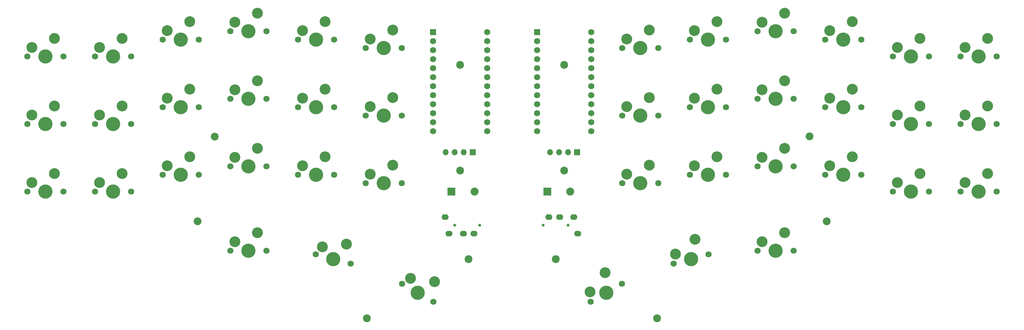
<source format=gbr>
%TF.GenerationSoftware,KiCad,Pcbnew,9.0.6*%
%TF.CreationDate,2025-12-07T00:05:39-06:00*%
%TF.ProjectId,SplitKeyboard,53706c69-744b-4657-9962-6f6172642e6b,rev?*%
%TF.SameCoordinates,Original*%
%TF.FileFunction,Soldermask,Top*%
%TF.FilePolarity,Negative*%
%FSLAX46Y46*%
G04 Gerber Fmt 4.6, Leading zero omitted, Abs format (unit mm)*
G04 Created by KiCad (PCBNEW 9.0.6) date 2025-12-07 00:05:39*
%MOMM*%
%LPD*%
G01*
G04 APERTURE LIST*
%ADD10C,1.750000*%
%ADD11C,3.050000*%
%ADD12C,4.000000*%
%ADD13C,2.200000*%
%ADD14R,1.752600X1.752600*%
%ADD15C,1.752600*%
%ADD16C,0.800000*%
%ADD17O,2.000000X1.600000*%
%ADD18R,2.250000X2.250000*%
%ADD19C,2.250000*%
%ADD20R,1.700000X1.700000*%
%ADD21O,1.700000X1.700000*%
G04 APERTURE END LIST*
D10*
%TO.C,SW22*%
X180435404Y-68887721D03*
D11*
X181705404Y-66347721D03*
D12*
X185515404Y-68887721D03*
D11*
X188055404Y-63807721D03*
D10*
X190595404Y-68887721D03*
%TD*%
D13*
%TO.C,H6*%
X134768750Y-73650000D03*
%TD*%
D10*
%TO.C,SW21*%
X118463091Y-135403750D03*
D11*
X120832943Y-133839046D03*
D12*
X122862500Y-137943750D03*
D11*
X127602205Y-134814341D03*
D10*
X127261909Y-140483750D03*
%TD*%
D13*
%TO.C,H9*%
X137150000Y-128418750D03*
%TD*%
D10*
%TO.C,SW37*%
X237585404Y-104606471D03*
D11*
X238855404Y-102066471D03*
D12*
X242665404Y-104606471D03*
D11*
X245205404Y-99526471D03*
D10*
X247745404Y-104606471D03*
%TD*%
D13*
%TO.C,H3*%
X190277904Y-145087721D03*
%TD*%
D10*
%TO.C,SW1*%
X13007500Y-71268750D03*
D11*
X14277500Y-68728750D03*
D12*
X18087500Y-71268750D03*
D11*
X20627500Y-66188750D03*
D10*
X23167500Y-71268750D03*
%TD*%
D14*
%TO.C,U2*%
X127148750Y-64442500D03*
D15*
X127148750Y-66982500D03*
X127148750Y-69522500D03*
X127148750Y-72062500D03*
X127148750Y-74602500D03*
X127148750Y-77142500D03*
X127148750Y-79682500D03*
X127148750Y-82222500D03*
X127148750Y-84762500D03*
X127148750Y-87302500D03*
X127148750Y-89842500D03*
X127148750Y-92382500D03*
X142388750Y-92382500D03*
X142388750Y-89842500D03*
X142388750Y-87302500D03*
X142388750Y-84762500D03*
X142388750Y-82222500D03*
X142388750Y-79682500D03*
X142388750Y-77142500D03*
X142388750Y-74602500D03*
X142388750Y-72062500D03*
X142388750Y-69522500D03*
X142388750Y-66982500D03*
X142388750Y-64442500D03*
%TD*%
D13*
%TO.C,H8*%
X108575000Y-145087500D03*
%TD*%
D16*
%TO.C,U4*%
X158190403Y-118893971D03*
X165190404Y-118893971D03*
D17*
X167890404Y-121193970D03*
X166790404Y-116593970D03*
X162790403Y-116593971D03*
X159790405Y-116593972D03*
%TD*%
D10*
%TO.C,SW36*%
X218535404Y-102225221D03*
D11*
X219805404Y-99685221D03*
D12*
X223615404Y-102225221D03*
D11*
X226155404Y-97145221D03*
D10*
X228695404Y-102225221D03*
%TD*%
%TO.C,SW23*%
X199485404Y-66506471D03*
D11*
X200755404Y-63966471D03*
D12*
X204565404Y-66506471D03*
D11*
X207105404Y-61426471D03*
D10*
X209645404Y-66506471D03*
%TD*%
%TO.C,SW35*%
X199485404Y-104606471D03*
D11*
X200755404Y-102066471D03*
D12*
X204565404Y-104606471D03*
D11*
X207105404Y-99526471D03*
D10*
X209645404Y-104606471D03*
%TD*%
%TO.C,SW16*%
X70157500Y-102225000D03*
D11*
X71427500Y-99685000D03*
D12*
X75237500Y-102225000D03*
D11*
X77777500Y-97145000D03*
D10*
X80317500Y-102225000D03*
%TD*%
%TO.C,SW15*%
X51107500Y-104606250D03*
D11*
X52377500Y-102066250D03*
D12*
X56187500Y-104606250D03*
D11*
X58727500Y-99526250D03*
D10*
X61267500Y-104606250D03*
%TD*%
D18*
%TO.C,SW44*%
X159321654Y-109368971D03*
D19*
X165821654Y-109368971D03*
%TD*%
D13*
%TO.C,H5*%
X237980585Y-117727207D03*
%TD*%
D10*
%TO.C,SW38*%
X256635404Y-109368971D03*
D11*
X257905404Y-106828971D03*
D12*
X261715404Y-109368971D03*
D11*
X264255404Y-104288971D03*
D10*
X266795404Y-109368971D03*
%TD*%
%TO.C,SW9*%
X51107500Y-85556250D03*
D11*
X52377500Y-83016250D03*
D12*
X56187500Y-85556250D03*
D11*
X58727500Y-80476250D03*
D10*
X61267500Y-85556250D03*
%TD*%
%TO.C,SW30*%
X218535404Y-83175221D03*
D11*
X219805404Y-80635221D03*
D12*
X223615404Y-83175221D03*
D11*
X226155404Y-78095221D03*
D10*
X228695404Y-83175221D03*
%TD*%
%TO.C,SW27*%
X275685404Y-71268971D03*
D11*
X276955404Y-68728971D03*
D12*
X280765404Y-71268971D03*
D11*
X283305404Y-66188971D03*
D10*
X285845404Y-71268971D03*
%TD*%
%TO.C,SW26*%
X256635404Y-71268971D03*
D11*
X257905404Y-68728971D03*
D12*
X261715404Y-71268971D03*
D11*
X264255404Y-66188971D03*
D10*
X266795404Y-71268971D03*
%TD*%
%TO.C,SW4*%
X70157500Y-64125000D03*
D11*
X71427500Y-61585000D03*
D12*
X75237500Y-64125000D03*
D11*
X77777500Y-59045000D03*
D10*
X80317500Y-64125000D03*
%TD*%
%TO.C,SW18*%
X108257500Y-106987500D03*
D11*
X109527500Y-104447500D03*
D12*
X113337500Y-106987500D03*
D11*
X115877500Y-101907500D03*
D10*
X118417500Y-106987500D03*
%TD*%
%TO.C,SW42*%
X218535404Y-126037721D03*
D11*
X219805404Y-123497721D03*
D12*
X223615404Y-126037721D03*
D11*
X226155404Y-120957721D03*
D10*
X228695404Y-126037721D03*
%TD*%
D13*
%TO.C,H1*%
X164084154Y-73650221D03*
%TD*%
D10*
%TO.C,SW31*%
X237585404Y-85556471D03*
D11*
X238855404Y-83016471D03*
D12*
X242665404Y-85556471D03*
D11*
X245205404Y-80476471D03*
D10*
X247745404Y-85556471D03*
%TD*%
%TO.C,SW32*%
X256635404Y-90318971D03*
D11*
X257905404Y-87778971D03*
D12*
X261715404Y-90318971D03*
D11*
X264255404Y-85238971D03*
D10*
X266795404Y-90318971D03*
%TD*%
D16*
%TO.C,U1*%
X133312500Y-118893750D03*
X140312501Y-118893751D03*
D17*
X130612500Y-116593749D03*
X131712499Y-121193750D03*
X135712499Y-121193749D03*
X138712501Y-121193750D03*
%TD*%
D10*
%TO.C,SW40*%
X171590995Y-140483971D03*
D11*
X171420847Y-137649266D03*
D12*
X175990404Y-137943971D03*
D11*
X175650109Y-132274561D03*
D10*
X180389813Y-135403971D03*
%TD*%
%TO.C,SW39*%
X275685404Y-109368971D03*
D11*
X276955404Y-106828971D03*
D12*
X280765404Y-109368971D03*
D11*
X283305404Y-104288971D03*
D10*
X285845404Y-109368971D03*
%TD*%
D13*
%TO.C,H10*%
X60881250Y-117768750D03*
%TD*%
D10*
%TO.C,SW10*%
X70157500Y-83175000D03*
D11*
X71427500Y-80635000D03*
D12*
X75237500Y-83175000D03*
D11*
X77777500Y-78095000D03*
D10*
X80317500Y-83175000D03*
%TD*%
%TO.C,SW33*%
X275685404Y-90318971D03*
D11*
X276955404Y-87778971D03*
D12*
X280765404Y-90318971D03*
D11*
X283305404Y-85238971D03*
D10*
X285845404Y-90318971D03*
%TD*%
%TO.C,SW14*%
X32057500Y-109368750D03*
D11*
X33327500Y-106828750D03*
D12*
X37137500Y-109368750D03*
D11*
X39677500Y-104288750D03*
D10*
X42217500Y-109368750D03*
%TD*%
%TO.C,SW41*%
X194896001Y-129733772D03*
D11*
X195465326Y-126951620D03*
D12*
X199802904Y-128418971D03*
D11*
X200941555Y-122854667D03*
D10*
X204709807Y-127104170D03*
%TD*%
%TO.C,SW8*%
X32057500Y-90318750D03*
D11*
X33327500Y-87778750D03*
D12*
X37137500Y-90318750D03*
D11*
X39677500Y-85238750D03*
D10*
X42217500Y-90318750D03*
%TD*%
D13*
%TO.C,H4*%
X164084154Y-103415846D03*
%TD*%
D10*
%TO.C,SW29*%
X199485404Y-85556471D03*
D11*
X200755404Y-83016471D03*
D12*
X204565404Y-85556471D03*
D11*
X207105404Y-80476471D03*
D10*
X209645404Y-85556471D03*
%TD*%
D14*
%TO.C,U3*%
X156464154Y-64442721D03*
D15*
X156464154Y-66982721D03*
X156464154Y-69522721D03*
X156464154Y-72062721D03*
X156464154Y-74602721D03*
X156464154Y-77142721D03*
X156464154Y-79682721D03*
X156464154Y-82222721D03*
X156464154Y-84762721D03*
X156464154Y-87302721D03*
X156464154Y-89842721D03*
X156464154Y-92382721D03*
X171704154Y-92382721D03*
X171704154Y-89842721D03*
X171704154Y-87302721D03*
X171704154Y-84762721D03*
X171704154Y-82222721D03*
X171704154Y-79682721D03*
X171704154Y-77142721D03*
X171704154Y-74602721D03*
X171704154Y-72062721D03*
X171704154Y-69522721D03*
X171704154Y-66982721D03*
X171704154Y-64442721D03*
%TD*%
D10*
%TO.C,SW17*%
X89207500Y-104606250D03*
D11*
X90477500Y-102066250D03*
D12*
X94287500Y-104606250D03*
D11*
X96827500Y-99526250D03*
D10*
X99367500Y-104606250D03*
%TD*%
%TO.C,SW6*%
X108257500Y-68887500D03*
D11*
X109527500Y-66347500D03*
D12*
X113337500Y-68887500D03*
D11*
X115877500Y-63807500D03*
D10*
X118417500Y-68887500D03*
%TD*%
%TO.C,SW12*%
X108257500Y-87937500D03*
D11*
X109527500Y-85397500D03*
D12*
X113337500Y-87937500D03*
D11*
X115877500Y-82857500D03*
D10*
X118417500Y-87937500D03*
%TD*%
%TO.C,SW28*%
X180435404Y-87937721D03*
D11*
X181705404Y-85397721D03*
D12*
X185515404Y-87937721D03*
D11*
X188055404Y-82857721D03*
D10*
X190595404Y-87937721D03*
%TD*%
D13*
%TO.C,H2*%
X233176567Y-93794411D03*
%TD*%
D10*
%TO.C,SW2*%
X32057500Y-71268750D03*
D11*
X33327500Y-68728750D03*
D12*
X37137500Y-71268750D03*
D11*
X39677500Y-66188750D03*
D10*
X42217500Y-71268750D03*
%TD*%
%TO.C,SW19*%
X70157500Y-126037500D03*
D11*
X71427500Y-123497500D03*
D12*
X75237500Y-126037500D03*
D11*
X77777500Y-120957500D03*
D10*
X80317500Y-126037500D03*
%TD*%
D20*
%TO.C,J2*%
X167709156Y-98243971D03*
D21*
X165169153Y-98243971D03*
X162629153Y-98243971D03*
X160089154Y-98243971D03*
%TD*%
D10*
%TO.C,SW7*%
X13007500Y-90318750D03*
D11*
X14277500Y-87778750D03*
D12*
X18087500Y-90318750D03*
D11*
X20627500Y-85238750D03*
D10*
X23167500Y-90318750D03*
%TD*%
%TO.C,SW24*%
X218535404Y-64125221D03*
D11*
X219805404Y-61585221D03*
D12*
X223615404Y-64125221D03*
D11*
X226155404Y-59045221D03*
D10*
X228695404Y-64125221D03*
%TD*%
D13*
%TO.C,H7*%
X65712500Y-93890625D03*
%TD*%
D10*
%TO.C,SW11*%
X89207500Y-85556250D03*
D11*
X90477500Y-83016250D03*
D12*
X94287500Y-85556250D03*
D11*
X96827500Y-80476250D03*
D10*
X99367500Y-85556250D03*
%TD*%
D20*
%TO.C,J1*%
X138400001Y-98243750D03*
D21*
X135859998Y-98243750D03*
X133319998Y-98243750D03*
X130779999Y-98243750D03*
%TD*%
D18*
%TO.C,SW43*%
X132387500Y-109368750D03*
D19*
X138887500Y-109368750D03*
%TD*%
D13*
%TO.C,H4*%
X161702904Y-128418971D03*
%TD*%
%TO.C,H4*%
X134768750Y-103415625D03*
%TD*%
D10*
%TO.C,SW13*%
X13007500Y-109368750D03*
D11*
X14277500Y-106828750D03*
D12*
X18087500Y-109368750D03*
D11*
X20627500Y-104288750D03*
D10*
X23167500Y-109368750D03*
%TD*%
%TO.C,SW3*%
X51107500Y-66506250D03*
D11*
X52377500Y-63966250D03*
D12*
X56187500Y-66506250D03*
D11*
X58727500Y-61426250D03*
D10*
X61267500Y-66506250D03*
%TD*%
%TO.C,SW5*%
X89207500Y-66506250D03*
D11*
X90477500Y-63966250D03*
D12*
X94287500Y-66506250D03*
D11*
X96827500Y-61426250D03*
D10*
X99367500Y-66506250D03*
%TD*%
%TO.C,SW25*%
X237585404Y-66506471D03*
D11*
X238855404Y-63966471D03*
D12*
X242665404Y-66506471D03*
D11*
X245205404Y-61426471D03*
D10*
X247745404Y-66506471D03*
%TD*%
%TO.C,SW34*%
X180435404Y-106987721D03*
D11*
X181705404Y-104447721D03*
D12*
X185515404Y-106987721D03*
D11*
X188055404Y-101907721D03*
D10*
X190595404Y-106987721D03*
%TD*%
%TO.C,SW20*%
X94143097Y-127103949D03*
D11*
X96027223Y-124979198D03*
D12*
X99050000Y-128418750D03*
D11*
X102818253Y-124169247D03*
D10*
X103956903Y-129733551D03*
%TD*%
M02*

</source>
